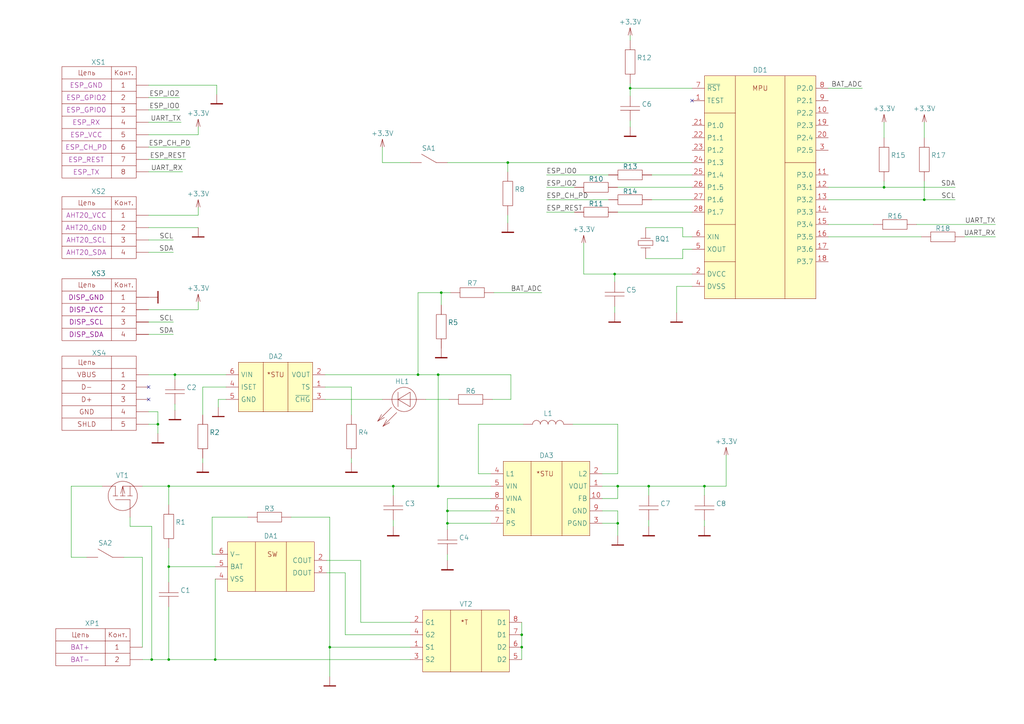
<source format=kicad_sch>
(kicad_sch (version 20211123) (generator eeschema)
  (paper "A3")
  (title_block (title "Плата обработки\\nСхема электрическая\\nпринципиальная") (comment 1 "Блок датчика"))
  (lib_symbols
    (symbol "Connector_Generic_GOST:CONN_2" (pin_numbers hide) (pin_names (offset 0) hide)
      (property "Reference" "X" (at 0 10.16 0))
      (property "PIN1" "1" (at -5.08 0 0))
      (property "PIN2" "2" (at -5.08 -5.08 0))
      (symbol "CONN_2_0_0"
        (polyline (pts (xy -15.24 -2.54) (xy 15.24 -2.54)))
        (polyline (pts (xy -15.24 2.54) (xy 15.24 2.54)))
        (polyline (pts (xy 5.08 7.62) (xy 5.08 -7.62)))
        (rectangle (start 15.24 7.62) (end -15.24 -7.62))
        (text "Конт." (at 10.16 5.08 0) (effects (font (size 2.0066 2.0066))))
      )
      (symbol "CONN_2_1_1"
        (text "1" (at 9.906 0 0) (effects (font (size 2.0066 2.0066))))
        (text "2" (at 9.906 -5.08 0) (effects (font (size 2.0066 2.0066))))
        (text "Цепь" (at -5.08 5.08 0) (effects (font (size 2.0066 2.0066))))
        (pin passive line (at 20.32 0 180) (length 5.08) (name "1") (number "1"))
        (pin passive line (at 20.32 -5.08 180) (length 5.08) (name "2") (number "2"))
      )
    )
    (symbol "Connector_Generic_GOST:CONN_4" (pin_numbers hide) (pin_names (offset 0) hide)
      (property "Reference" "X" (at 0 15.24 0))
      (property "PIN1" "1" (at -5.08 5.08 0))
      (property "PIN2" "2" (at -5.08 0 0))
      (property "PIN3" "3" (at -5.08 -5.08 0))
      (property "PIN4" "4" (at -5.08 -10.16 0))
      (symbol "CONN_4_0_0"
        (polyline (pts (xy -15.24 -7.62) (xy 15.24 -7.62)))
        (polyline (pts (xy -15.24 -2.54) (xy 15.24 -2.54)))
        (polyline (pts (xy -15.24 2.54) (xy 15.24 2.54)))
        (polyline (pts (xy -15.24 7.62) (xy 15.24 7.62)))
        (polyline (pts (xy 5.08 12.7) (xy 5.08 -12.7)))
        (rectangle (start 15.24 12.7) (end -15.24 -12.7))
        (text "Конт." (at 10.16 10.16 0) (effects (font (size 2.0066 2.0066))))
      )
      (symbol "CONN_4_1_1"
        (text "1" (at 9.906 5.08 0) (effects (font (size 2.0066 2.0066))))
        (text "2" (at 9.906 0 0) (effects (font (size 2.0066 2.0066))))
        (text "3" (at 9.906 -5.08 0) (effects (font (size 2.0066 2.0066))))
        (text "4" (at 9.906 -10.16 0) (effects (font (size 2.0066 2.0066))))
        (text "Цепь" (at -5.08 10.16 0) (effects (font (size 2.0066 2.0066))))
        (pin passive line (at 20.32 5.08 180) (length 5.08) (name "1") (number "1"))
        (pin passive line (at 20.32 0 180) (length 5.08) (name "2") (number "2"))
        (pin passive line (at 20.32 -5.08 180) (length 5.08) (name "3") (number "3"))
        (pin passive line (at 20.32 -10.16 180) (length 5.08) (name "4") (number "4"))
      )
    )
    (symbol "Connector_Generic_GOST:CONN_8" (pin_numbers hide) (pin_names (offset 0) hide)
      (property "Reference" "X" (at 0 25.4 0))
      (property "PIN1" "1" (at -5.08 15.24 0))
      (property "PIN2" "2" (at -5.08 10.16 0))
      (property "PIN3" "3" (at -5.08 5.08 0))
      (property "PIN4" "4" (at -5.08 0 0))
      (property "PIN5" "5" (at -5.08 -5.08 0))
      (property "PIN6" "6" (at -5.08 -10.16 0))
      (property "PIN7" "7" (at -5.08 -15.24 0))
      (property "PIN8" "8" (at -5.08 -20.32 0))
      (symbol "CONN_8_0_0"
        (polyline (pts (xy -15.24 -17.78) (xy 15.24 -17.78)))
        (polyline (pts (xy -15.24 -12.7) (xy 15.24 -12.7)))
        (polyline (pts (xy -15.24 -7.62) (xy 15.24 -7.62)))
        (polyline (pts (xy -15.24 -2.54) (xy 15.24 -2.54)))
        (polyline (pts (xy -15.24 2.54) (xy 15.24 2.54)))
        (polyline (pts (xy -15.24 7.62) (xy 15.24 7.62)))
        (polyline (pts (xy -15.24 12.7) (xy 15.24 12.7)))
        (polyline (pts (xy -15.24 17.78) (xy 15.24 17.78)))
        (polyline (pts (xy 5.08 22.86) (xy 5.08 -22.86)))
        (rectangle (start 15.24 22.86) (end -15.24 -22.86))
        (text "Конт." (at 10.16 20.32 0) (effects (font (size 2.0066 2.0066))))
      )
      (symbol "CONN_8_1_1"
        (text "1" (at 9.906 15.24 0) (effects (font (size 2.0066 2.0066))))
        (text "2" (at 9.906 10.16 0) (effects (font (size 2.0066 2.0066))))
        (text "3" (at 9.906 5.08 0) (effects (font (size 2.0066 2.0066))))
        (text "4" (at 9.906 0 0) (effects (font (size 2.0066 2.0066))))
        (text "5" (at 9.906 -5.08 0) (effects (font (size 2.0066 2.0066))))
        (text "6" (at 9.906 -10.16 0) (effects (font (size 2.0066 2.0066))))
        (text "7" (at 9.906 -15.24 0) (effects (font (size 2.0066 2.0066))))
        (text "8" (at 9.906 -20.32 0) (effects (font (size 2.0066 2.0066))))
        (text "Цепь" (at -5.08 20.32 0) (effects (font (size 2.0066 2.0066))))
        (pin passive line (at 20.32 15.24 180) (length 5.08) (name "1") (number "1"))
        (pin passive line (at 20.32 10.16 180) (length 5.08) (name "2") (number "2"))
        (pin passive line (at 20.32 5.08 180) (length 5.08) (name "3") (number "3"))
        (pin passive line (at 20.32 0 180) (length 5.08) (name "4") (number "4"))
        (pin passive line (at 20.32 -5.08 180) (length 5.08) (name "5") (number "5"))
        (pin passive line (at 20.32 -10.16 180) (length 5.08) (name "6") (number "6"))
        (pin passive line (at 20.32 -15.24 180) (length 5.08) (name "7") (number "7"))
        (pin passive line (at 20.32 -20.32 180) (length 5.08) (name "8") (number "8"))
      )
    )
    (symbol "Connector_Specialized_GOST:USB_A" (pin_numbers hide) (pin_names (offset 0) hide)
      (property "Reference" "X" (at 0 17.78 0))
      (symbol "USB_A_0_0"
        (polyline (pts (xy 5.08 15.24) (xy 5.08 -15.24)))
        (polyline (pts (xy 15.24 -10.16) (xy -15.24 -10.16)))
        (polyline (pts (xy 15.24 -5.08) (xy -15.24 -5.08)))
        (polyline (pts (xy 15.24 0) (xy -15.24 0)))
        (polyline (pts (xy 15.24 5.08) (xy -15.24 5.08)))
        (polyline (pts (xy 15.24 10.16) (xy -15.24 10.16)))
        (rectangle (start 15.24 15.24) (end -15.24 -15.24))
        (text "2" (at 9.906 2.54 0) (effects (font (size 2.0066 2.0066))))
        (text "VBUS" (at -5.08 7.62 0) (effects (font (size 2.0066 2.0066))))
      )
      (symbol "USB_A_1_1"
        (text "1" (at 9.906 7.62 0) (effects (font (size 2.0066 2.0066))))
        (text "3" (at 9.906 -2.54 0) (effects (font (size 2.0066 2.0066))))
        (text "4" (at 9.906 -7.62 0) (effects (font (size 2.0066 2.0066))))
        (text "5" (at 9.906 -12.7 0) (effects (font (size 2.0066 2.0066))))
        (text "D+" (at -5.08 -2.54 0) (effects (font (size 2.0066 2.0066))))
        (text "D-" (at -5.08 2.54 0) (effects (font (size 2.0066 2.0066))))
        (text "GND" (at -5.08 -7.62 0) (effects (font (size 2.0066 2.0066))))
        (text "SHLD" (at -5.08 -12.7 0) (effects (font (size 2.0066 2.0066))))
        (text "Цепь" (at -5.08 12.7 0) (effects (font (size 2.0066 2.0066))))
        (pin power_in line (at 20.32 7.62 180) (length 5.08) (name "~") (number "1"))
        (pin passive line (at 20.32 2.54 180) (length 5.08) (name "~") (number "2"))
        (pin passive line (at 20.32 -2.54 180) (length 5.08) (name "~") (number "3"))
        (pin power_in line (at 20.32 -7.62 180) (length 5.08) (name "~") (number "4"))
        (pin passive line (at 20.32 -12.7 180) (length 5.08) (name "~") (number "5"))
      )
    )
    (symbol "Curse_PCB-rescue:+3.3V-power_GOST" (power) (pin_numbers hide) (pin_names (offset 0) hide)
      (property "Value" "+3.3V-power_GOST" (at 0 5.08 0))
      (symbol "+3.3V-power_GOST_0_1"
        (polyline (pts (xy 0 3.175) (xy -0.8128 0.1778)))
        (polyline (pts (xy 0 3.175) (xy 0 0)))
        (polyline (pts (xy 0.8128 0.1778) (xy 0 3.175)))
      )
      (symbol "+3.3V-power_GOST_1_1"
        (pin power_in line (at 0 0 90) (length 0) hide (name "+3.3V") (number "1"))
      )
    )
    (symbol "Curse_PCB-rescue:BQ297xx-My_Lib_GOST" (pin_names (offset 1.016))
      (property "Reference" "DA" (at 0 12.7 0))
      (symbol "BQ297xx-My_Lib_GOST_1_1"
        (rectangle (start -17.78 10.16) (end 17.78 -10.16) (fill (type background)))
        (polyline (pts (xy -6.35 10.16) (xy -6.35 -10.16)))
        (polyline (pts (xy 6.35 10.16) (xy 6.35 -10.16)))
        (text "SW" (at -0.635 5.08 0) (effects (font (size 2.0066 2.0066))))
        (pin no_connect line (at -17.78 5.08 0) (length 5.08) hide (name "NC") (number "1"))
        (pin input line (at -22.86 2.54 0) (length 5.08) (name "COUT") (number "2"))
        (pin input line (at -22.86 -2.54 0) (length 5.08) (name "DOUT") (number "3"))
        (pin power_in line (at 22.86 -5.08 180) (length 5.08) (name "VSS") (number "4"))
        (pin power_out line (at 22.86 0 180) (length 5.08) (name "BAT") (number "5"))
        (pin power_in line (at 22.86 5.08 180) (length 5.08) (name "V-") (number "6"))
      )
    )
    (symbol "Curse_PCB-rescue:BUK9K5R1-30E-My_Lib_GOST" (pin_names (offset 1.016))
      (property "Reference" "VT" (at 0 15.24 0))
      (symbol "BUK9K5R1-30E-My_Lib_GOST_1_1"
        (rectangle (start -17.78 12.7) (end 17.78 -12.7) (fill (type background)))
        (polyline (pts (xy -6.35 12.7) (xy -6.35 -12.7)))
        (polyline (pts (xy 6.35 12.7) (xy 6.35 -12.7)))
        (text "*T" (at -0.635 7.62 0) (effects (font (size 2.0066 2.0066))))
        (pin input line (at -22.86 -2.54 0) (length 5.08) (name "S1") (number "1"))
        (pin input line (at -22.86 7.62 0) (length 5.08) (name "G1") (number "2"))
        (pin input line (at -22.86 -7.62 0) (length 5.08) (name "S2") (number "3"))
        (pin input line (at -22.86 2.54 0) (length 5.08) (name "G2") (number "4"))
        (pin input line (at 22.86 -7.62 180) (length 5.08) (name "D2") (number "5"))
        (pin input line (at 22.86 -2.54 180) (length 5.08) (name "D2") (number "6"))
        (pin input line (at 22.86 2.54 180) (length 5.08) (name "D1") (number "7"))
        (pin input line (at 22.86 7.62 180) (length 5.08) (name "D1") (number "8"))
      )
    )
    (symbol "Curse_PCB-rescue:MSP430F21x2-My_Lib_GOST" (pin_names (offset 1.016))
      (property "Reference" "DD" (at 0 46.99 0))
      (symbol "MSP430F21x2-My_Lib_GOST_0_0"
        (rectangle (start -22.86 44.45) (end 22.86 -46.99) (fill (type background)))
        (polyline (pts (xy -22.86 -31.75) (xy -10.16 -31.75)))
        (polyline (pts (xy -22.86 -16.51) (xy -10.16 -16.51)))
        (polyline (pts (xy -22.86 29.21) (xy -10.16 29.21)))
        (polyline (pts (xy -10.16 44.45) (xy -10.16 -46.99)))
        (polyline (pts (xy 10.16 -46.99) (xy 10.16 44.45)))
        (polyline (pts (xy 22.86 8.89) (xy 10.16 8.89)))
        (text "MPU" (at 0 39.37 0) (effects (font (size 2.0066 2.0066))))
      )
      (symbol "MSP430F21x2-My_Lib_GOST_1_1"
        (pin input line (at -27.94 34.29 0) (length 5.08) (name "TEST") (number "1"))
        (pin bidirectional line (at 27.94 29.21 180) (length 5.08) (name "P2.2") (number "10"))
        (pin bidirectional line (at 27.94 3.81 180) (length 5.08) (name "P3.0") (number "11"))
        (pin bidirectional line (at 27.94 -1.27 180) (length 5.08) (name "P3.1") (number "12"))
        (pin bidirectional line (at 27.94 -6.35 180) (length 5.08) (name "P3.2") (number "13"))
        (pin bidirectional line (at 27.94 -11.43 180) (length 5.08) (name "P3.3") (number "14"))
        (pin bidirectional line (at 27.94 -16.51 180) (length 5.08) (name "P3.4") (number "15"))
        (pin bidirectional line (at 27.94 -21.59 180) (length 5.08) (name "P3.5") (number "16"))
        (pin bidirectional line (at 27.94 -26.67 180) (length 5.08) (name "P3.6") (number "17"))
        (pin bidirectional line (at 27.94 -31.75 180) (length 5.08) (name "P3.7") (number "18"))
        (pin bidirectional line (at 27.94 24.13 180) (length 5.08) (name "P2.3") (number "19"))
        (pin power_in line (at -27.94 -36.83 0) (length 5.08) (name "DVCC") (number "2"))
        (pin bidirectional line (at 27.94 19.05 180) (length 5.08) (name "P2.4") (number "20"))
        (pin bidirectional line (at -27.94 24.13 0) (length 5.08) (name "P1.0") (number "21"))
        (pin bidirectional line (at -27.94 19.05 0) (length 5.08) (name "P1.1") (number "22"))
        (pin bidirectional line (at -27.94 13.97 0) (length 5.08) (name "P1.2") (number "23"))
        (pin bidirectional line (at -27.94 8.89 0) (length 5.08) (name "P1.3") (number "24"))
        (pin bidirectional line (at -27.94 3.81 0) (length 5.08) (name "P1.4") (number "25"))
        (pin bidirectional line (at -27.94 -1.27 0) (length 5.08) (name "P1.5") (number "26"))
        (pin bidirectional line (at -27.94 -6.35 0) (length 5.08) (name "P1.6") (number "27"))
        (pin bidirectional line (at -27.94 -11.43 0) (length 5.08) (name "P1.7") (number "28"))
        (pin bidirectional line (at 27.94 13.97 180) (length 5.08) (name "P2.5") (number "3"))
        (pin power_in line (at -27.94 -41.91 0) (length 5.08) (name "DVSS") (number "4"))
        (pin output line (at -27.94 -26.67 0) (length 5.08) (name "XOUT") (number "5"))
        (pin input line (at -27.94 -21.59 0) (length 5.08) (name "XIN") (number "6"))
        (pin input line (at -27.94 39.37 0) (length 5.08) (name "~{RST}") (number "7"))
        (pin bidirectional line (at 27.94 39.37 180) (length 5.08) (name "P2.0") (number "8"))
        (pin bidirectional line (at 27.94 34.29 180) (length 5.08) (name "P2.1") (number "9"))
      )
    )
    (symbol "Curse_PCB-rescue:TPS6303x-My_Lib_GOST" (pin_names (offset 1.016))
      (property "Reference" "DA" (at 0 17.78 0))
      (symbol "TPS6303x-My_Lib_GOST_1_1"
        (rectangle (start -17.78 15.24) (end 17.78 -15.24) (fill (type background)))
        (polyline (pts (xy -6.35 15.24) (xy -6.35 -15.24)))
        (polyline (pts (xy 6.35 15.24) (xy 6.35 -15.24)))
        (text "*STU" (at -0.635 10.16 0) (effects (font (size 2.0066 2.0066))))
        (pin power_out line (at 22.86 5.08 180) (length 5.08) (name "VOUT") (number "1"))
        (pin input line (at 22.86 0 180) (length 5.08) (name "FB") (number "10"))
        (pin power_in line (at 22.86 -10.16 180) (length 5.08) hide (name "EXP") (number "11"))
        (pin input line (at 22.86 10.16 180) (length 5.08) (name "L2") (number "2"))
        (pin power_in line (at 22.86 -10.16 180) (length 5.08) (name "PGND") (number "3"))
        (pin input line (at -22.86 10.16 0) (length 5.08) (name "L1") (number "4"))
        (pin power_in line (at -22.86 5.08 0) (length 5.08) (name "VIN") (number "5"))
        (pin input line (at -22.86 -5.08 0) (length 5.08) (name "EN") (number "6"))
        (pin input line (at -22.86 -10.16 0) (length 5.08) (name "PS") (number "7"))
        (pin input line (at -22.86 0 0) (length 5.08) (name "VINA") (number "8"))
        (pin power_in line (at 22.86 -5.08 180) (length 5.08) (name "GND") (number "9"))
      )
    )
    (symbol "Device_GOST:C" (pin_numbers hide) (pin_names (offset 0) hide)
      (property "Reference" "C" (at 0.635 2.54 0))
      (property "Value" "Device_GOST_C" (at 0.635 -3.175 0))
      (symbol "C_0_1"
        (polyline (pts (xy -3.9878 -0.762) (xy 3.9878 -0.762)))
        (polyline (pts (xy -3.9878 0.762) (xy 3.9878 0.762)))
      )
      (symbol "C_1_1"
        (pin passive line (at 0 5.08 270) (length 4.318) (name "~") (number "1"))
        (pin passive line (at 0 -5.08 90) (length 4.318) (name "~") (number "2"))
      )
    )
    (symbol "Device_GOST:HL_LED" (pin_numbers hide) (pin_names (offset 0) hide)
      (property "Reference" "HL" (at 6.35 0 0))
      (symbol "HL_LED_0_1"
        (polyline (pts (xy -2.9972 2.4892) (xy 2.9972 2.4892)))
        (polyline (pts (xy 0 5.08) (xy 0 -5.08)))
        (polyline (pts (xy 6.1722 9.2456) (xy 8.89 10.795)))
        (polyline (pts (xy 8.2804 7.112) (xy 10.9982 8.6614)))
        (polyline (pts (xy 8.89 10.795) (xy 3.2512 5.1562)))
        (polyline (pts (xy 8.89 10.795) (xy 7.366 8.0772)))
        (polyline (pts (xy 10.9982 8.6614) (xy 5.3594 3.0226)))
        (polyline (pts (xy 10.9982 8.6614) (xy 9.4742 5.9436)))
        (polyline (pts (xy 0 2.4892) (xy -2.9972 -2.4892) (xy 2.9972 -2.4892) (xy 0 2.4892)))
        (circle (center 0 0) (radius 4.9784))
      )
      (symbol "HL_LED_1_1"
        (pin passive line (at 0 8.89 270) (length 3.81) (name "K") (number "1"))
        (pin passive line (at 0 -8.89 90) (length 3.81) (name "A") (number "2"))
      )
    )
    (symbol "Device_GOST:L_INDUCTOR" (pin_numbers hide) (pin_names (offset 0) hide)
      (property "Reference" "L" (at 0 3.81 0))
      (property "Value" "Device_GOST_L_INDUCTOR" (at 0 -2.54 0))
      (symbol "L_INDUCTOR_0_1"
        (arc (start -3.175 0) (mid -4.7625 1.5749) (end -6.35 0))
        (arc (start 0 0) (mid -1.5875 1.5749) (end -3.175 0))
        (arc (start 3.175 0) (mid 1.5875 1.5749) (end 0 0))
        (arc (start 6.35 0) (mid 4.7625 1.5749) (end 3.175 0))
      )
      (symbol "L_INDUCTOR_1_1"
        (pin passive line (at -10.16 0 0) (length 3.81) (name "~") (number "1"))
        (pin passive line (at 10.16 0 180) (length 3.81) (name "~") (number "2"))
      )
    )
    (symbol "Device_GOST:R" (pin_numbers hide) (pin_names (offset 0) hide)
      (property "Reference" "R" (at 0 3.81 0))
      (property "Value" "Device_GOST_R" (at 0 0 0))
      (symbol "R_0_1"
        (rectangle (start -5.0038 2.0066) (end 5.0038 -2.0066))
      )
      (symbol "R_1_1"
        (pin passive line (at -8.89 0 0) (length 3.8862) (name "~") (number "1"))
        (pin passive line (at 8.89 0 180) (length 3.8862) (name "~") (number "2"))
      )
    )
    (symbol "Device_GOST:SA_SPST_NO" (pin_numbers hide) (pin_names (offset 0) hide)
      (property "Reference" "SA" (at 0 6.35 0))
      (symbol "SA_SPST_NO_0_1"
        (polyline (pts (xy -2.9972 0) (xy 2.9972 3.4544)))
      )
      (symbol "SA_SPST_NO_1_1"
        (pin passive line (at -7.62 0 0) (length 4.6228) (name "~") (number "1"))
        (pin passive line (at 7.62 0 180) (length 4.6228) (name "~") (number "2"))
      )
    )
    (symbol "Device_GOST:VT_PMOS_GSD" (pin_numbers hide) (pin_names (offset 0) hide)
      (property "Reference" "VT" (at 7.62 0 0))
      (symbol "VT_PMOS_GSD_0_1"
        (circle (center -0.2032 0.4572) (radius 5.9944))
        (polyline (pts (xy -5.08 -2.54) (xy -1.7272 -2.54)))
        (polyline (pts (xy -1.7272 -2.54) (xy -1.7272 3.4544)))
        (polyline (pts (xy -0.2032 -2.54) (xy 3.81 -2.54)))
        (polyline (pts (xy -0.2032 -1.524) (xy -0.2032 -3.556)))
        (polyline (pts (xy -0.2032 0.4572) (xy 3.81 0.4572)))
        (polyline (pts (xy -0.2032 1.4732) (xy -0.2032 -0.5588)))
        (polyline (pts (xy -0.2032 3.4544) (xy 3.81 3.4544)))
        (polyline (pts (xy -0.2032 4.4704) (xy -0.2032 2.4384)))
        (polyline (pts (xy 3.81 -3.81) (xy 3.81 0.4572)))
        (polyline (pts (xy 3.81 0.4572) (xy 0.8128 -0.3556)))
        (polyline (pts (xy 3.81 0.4572) (xy 0.8128 1.27)))
        (polyline (pts (xy 3.81 5.08) (xy 3.81 3.4544)))
      )
      (symbol "VT_PMOS_GSD_1_1"
        (pin passive line (at -8.89 -2.54 0) (length 3.81) (name "G") (number "1"))
        (pin passive line (at 3.81 -7.62 90) (length 3.81) (name "S") (number "2"))
        (pin passive line (at 3.81 8.89 270) (length 3.81) (name "D") (number "3"))
      )
    )
    (symbol "Device_GOST:ZQ_CRYSTAL" (pin_numbers hide) (pin_names (offset 0) hide)
      (property "Reference" "ZQ" (at 0 5.08 0))
      (property "Value" "Device_GOST_ZQ_CRYSTAL" (at 0 -5.08 0))
      (symbol "ZQ_CRYSTAL_0_1"
        (rectangle (start -1.016 2.9972) (end 0.9652 -2.9972))
        (polyline (pts (xy -1.9812 1.9812) (xy -1.9812 -1.9812)))
        (polyline (pts (xy 1.9812 1.9812) (xy 1.9812 -1.9812)))
      )
      (symbol "ZQ_CRYSTAL_1_1"
        (pin passive line (at -6.35 0 0) (length 4.3688) (name "~") (number "1"))
        (pin passive line (at 6.35 0 180) (length 4.3688) (name "~") (number "2"))
      )
    )
    (symbol "Power_Management_GOST:BQ21040" (pin_names (offset 1.016))
      (property "Reference" "DA" (at 0 12.7 0))
      (symbol "BQ21040_0_0"
        (rectangle (start -15.24 10.16) (end 15.24 -10.16) (fill (type background)))
        (polyline (pts (xy -5.08 10.16) (xy -5.08 -10.16)))
        (polyline (pts (xy 5.08 10.16) (xy 5.08 -10.16)))
        (text "*STU" (at 0 5.08 0) (effects (font (size 2.0066 2.0066))))
      )
      (symbol "BQ21040_1_1"
        (pin input line (at 20.32 0 180) (length 5.08) (name "TS") (number "1"))
        (pin power_out line (at 20.32 5.08 180) (length 5.08) (name "VOUT") (number "2"))
        (pin input line (at 20.32 -5.08 180) (length 5.08) (name "~{CHG}") (number "3"))
        (pin input line (at -20.32 0 0) (length 5.08) (name "ISET") (number "4"))
        (pin power_in line (at -20.32 -5.08 0) (length 5.08) (name "GND") (number "5"))
        (pin power_in line (at -20.32 5.08 0) (length 5.08) (name "VIN") (number "6"))
      )
    )
    (symbol "power_GOST:GND" (power) (pin_numbers hide) (pin_names (offset 0) hide)
      (symbol "GND_0_1"
        (rectangle (start -2.4892 -3.683) (end 2.4892 -3.9878) (fill (type outline)))
        (polyline (pts (xy 0 0) (xy 0 -3.81)))
      )
      (symbol "GND_1_1"
        (pin power_in line (at 0 0 270) (length 0) hide (name "GND") (number "1"))
      )
    )
  )
  (junction (at 179.705 199.39))
  (junction (at 253.365 214.63))
  (junction (at 69.215 199.39))
  (junction (at 64.77 173.99))
  (junction (at 69.215 232.41))
  (junction (at 208.28 66.675))
  (junction (at 62.23 270.51))
  (junction (at 258.445 36.195))
  (junction (at 379.095 81.915))
  (junction (at 183.515 209.55))
  (junction (at 213.995 265.43))
  (junction (at 179.705 153.67))
  (junction (at 171.45 153.67))
  (junction (at 288.925 199.39))
  (junction (at 266.065 199.39))
  (junction (at 69.215 270.51))
  (junction (at 213.995 260.35))
  (junction (at 362.585 76.835))
  (junction (at 161.29 199.39))
  (junction (at 253.365 199.39))
  (junction (at 135.255 265.43))
  (junction (at 71.755 153.67))
  (junction (at 183.515 214.63))
  (junction (at 88.265 270.51))
  (junction (at 252.095 112.395))
  (junction (at 180.975 120.015))
  (no_connect (at 60.96 158.75))
  (no_connect (at 60.96 163.83))
  (no_connect (at 283.845 41.275))
  (wire (pts (xy 196.215 194.31) (xy 196.215 173.99)))
  (wire (pts (xy 60.96 98.425) (xy 71.12 98.425)))
  (wire (pts (xy 179.705 153.67) (xy 209.55 153.67)))
  (wire (pts (xy 201.295 214.63) (xy 183.515 214.63)))
  (wire (pts (xy 258.445 36.195) (xy 283.845 36.195)))
  (wire (pts (xy 266.065 203.2) (xy 266.065 199.39)))
  (wire (pts (xy 280.035 106.045) (xy 264.795 106.045)))
  (wire (pts (xy 208.28 66.675) (xy 283.845 66.675)))
  (wire (pts (xy 168.275 265.43) (xy 135.255 265.43)))
  (wire (pts (xy 266.065 215.9) (xy 266.065 213.36)))
  (wire (pts (xy 156.845 66.675) (xy 168.275 66.675)))
  (wire (pts (xy 62.23 215.9) (xy 53.34 215.9)))
  (wire (pts (xy 235.585 86.995) (xy 224.155 86.995)))
  (wire (pts (xy 144.145 170.18) (xy 144.145 158.75)))
  (wire (pts (xy 60.96 132.08) (xy 71.12 132.08)))
  (wire (pts (xy 362.585 56.515) (xy 362.585 50.165)))
  (wire (pts (xy 239.395 112.395) (xy 252.095 112.395)))
  (wire (pts (xy 60.96 55.245) (xy 81.28 55.245)))
  (wire (pts (xy 147.955 229.87) (xy 133.985 229.87)))
  (wire (pts (xy 83.185 170.18) (xy 83.185 158.75)))
  (wire (pts (xy 62.23 270.51) (xy 69.215 270.51)))
  (wire (pts (xy 202.565 120.015) (xy 222.25 120.015)))
  (wire (pts (xy 213.995 260.35) (xy 213.995 265.43)))
  (wire (pts (xy 288.925 215.9) (xy 288.925 213.36)))
  (wire (pts (xy 60.96 88.265) (xy 81.28 88.265)))
  (wire (pts (xy 339.725 92.075) (xy 358.14 92.075)))
  (wire (pts (xy 83.185 189.865) (xy 83.185 187.96)))
  (wire (pts (xy 92.71 163.83) (xy 89.535 163.83)))
  (wire (pts (xy 71.755 155.575) (xy 71.755 153.67)))
  (wire (pts (xy 141.605 234.95) (xy 141.605 260.35)))
  (wire (pts (xy 258.445 52.07) (xy 258.445 49.53)))
  (wire (pts (xy 247.015 194.31) (xy 253.365 194.31)))
  (wire (pts (xy 60.96 34.925) (xy 88.9 34.925)))
  (wire (pts (xy 133.35 163.83) (xy 156.845 163.83)))
  (wire (pts (xy 147.955 255.27) (xy 168.275 255.27)))
  (wire (pts (xy 180.975 120.015) (xy 184.785 120.015)))
  (wire (pts (xy 297.815 199.39) (xy 297.815 186.69)))
  (wire (pts (xy 253.365 204.47) (xy 253.365 199.39)))
  (wire (pts (xy 253.365 199.39) (xy 266.065 199.39)))
  (wire (pts (xy 60.96 70.485) (xy 74.93 70.485)))
  (wire (pts (xy 60.96 153.67) (xy 71.755 153.67)))
  (wire (pts (xy 60.96 137.16) (xy 71.12 137.16)))
  (wire (pts (xy 339.725 76.835) (xy 362.585 76.835)))
  (wire (pts (xy 29.21 199.39) (xy 29.21 228.6)))
  (wire (pts (xy 249.555 81.915) (xy 224.155 81.915)))
  (wire (pts (xy 119.38 212.09) (xy 135.255 212.09)))
  (wire (pts (xy 69.215 207.01) (xy 69.215 199.39)))
  (wire (pts (xy 81.28 55.245) (xy 81.28 52.07)))
  (wire (pts (xy 208.28 91.44) (xy 208.28 88.265)))
  (wire (pts (xy 161.29 215.9) (xy 161.29 213.36)))
  (wire (pts (xy 141.605 260.35) (xy 168.275 260.35)))
  (wire (pts (xy 60.96 93.345) (xy 81.28 93.345)))
  (wire (pts (xy 86.995 227.33) (xy 88.265 227.33)))
  (wire (pts (xy 60.96 127) (xy 81.28 127)))
  (wire (pts (xy 239.395 112.395) (xy 239.395 99.695)))
  (wire (pts (xy 253.365 209.55) (xy 253.365 214.63)))
  (wire (pts (xy 147.955 255.27) (xy 147.955 229.87)))
  (wire (pts (xy 81.28 127) (xy 81.28 123.825)))
  (wire (pts (xy 62.23 215.9) (xy 62.23 270.51)))
  (wire (pts (xy 258.445 36.195) (xy 258.445 34.29)))
  (wire (pts (xy 71.755 168.275) (xy 71.755 165.735)))
  (wire (pts (xy 179.705 199.39) (xy 161.29 199.39)))
  (wire (pts (xy 253.365 86.995) (xy 283.845 86.995)))
  (wire (pts (xy 249.555 71.755) (xy 224.155 71.755)))
  (wire (pts (xy 144.145 158.75) (xy 133.35 158.75)))
  (wire (pts (xy 81.28 88.265) (xy 81.28 85.09)))
  (wire (pts (xy 92.71 158.75) (xy 83.185 158.75)))
  (wire (pts (xy 283.845 81.915) (xy 267.335 81.915)))
  (wire (pts (xy 60.96 50.165) (xy 74.295 50.165)))
  (wire (pts (xy 253.365 173.99) (xy 234.95 173.99)))
  (wire (pts (xy 69.215 199.39) (xy 161.29 199.39)))
  (wire (pts (xy 88.265 270.51) (xy 69.215 270.51)))
  (wire (pts (xy 179.705 153.67) (xy 179.705 199.39)))
  (wire (pts (xy 395.605 97.155) (xy 408.305 97.155)))
  (wire (pts (xy 283.845 102.235) (xy 280.035 102.235)))
  (wire (pts (xy 89.535 163.83) (xy 89.535 167.005)))
  (wire (pts (xy 252.095 112.395) (xy 283.845 112.395)))
  (wire (pts (xy 213.995 255.27) (xy 213.995 260.35)))
  (wire (pts (xy 247.015 209.55) (xy 253.365 209.55)))
  (wire (pts (xy 252.095 128.27) (xy 252.095 125.73)))
  (wire (pts (xy 280.035 97.155) (xy 280.035 93.345)))
  (wire (pts (xy 379.095 81.915) (xy 391.795 81.915)))
  (wire (pts (xy 50.8 228.6) (xy 58.42 228.6)))
  (wire (pts (xy 339.725 97.155) (xy 377.825 97.155)))
  (wire (pts (xy 339.725 81.915) (xy 379.095 81.915)))
  (wire (pts (xy 168.275 270.51) (xy 88.265 270.51)))
  (wire (pts (xy 60.96 173.99) (xy 64.77 173.99)))
  (wire (pts (xy 60.96 65.405) (xy 76.2 65.405)))
  (wire (pts (xy 280.035 93.345) (xy 264.795 93.345)))
  (wire (pts (xy 171.45 153.67) (xy 179.705 153.67)))
  (wire (pts (xy 201.295 194.31) (xy 196.215 194.31)))
  (wire (pts (xy 86.995 212.09) (xy 101.6 212.09)))
  (wire (pts (xy 183.515 214.63) (xy 183.515 217.17)))
  (wire (pts (xy 379.095 74.295) (xy 379.095 81.915)))
  (wire (pts (xy 208.28 70.485) (xy 208.28 66.675)))
  (wire (pts (xy 183.515 229.87) (xy 183.515 227.33)))
  (wire (pts (xy 213.995 265.43) (xy 213.995 270.51)))
  (wire (pts (xy 60.96 168.91) (xy 64.77 168.91)))
  (wire (pts (xy 339.725 36.195) (xy 353.695 36.195)))
  (wire (pts (xy 277.495 117.475) (xy 277.495 128.27)))
  (wire (pts (xy 201.295 204.47) (xy 183.515 204.47)))
  (wire (pts (xy 201.93 163.83) (xy 209.55 163.83)))
  (wire (pts (xy 183.515 204.47) (xy 183.515 209.55)))
  (wire (pts (xy 288.925 199.39) (xy 297.815 199.39)))
  (wire (pts (xy 135.255 212.09) (xy 135.255 265.43)))
  (wire (pts (xy 64.77 168.91) (xy 64.77 173.99)))
  (wire (pts (xy 280.035 102.235) (xy 280.035 106.045)))
  (wire (pts (xy 69.215 232.41) (xy 69.215 224.79)))
  (wire (pts (xy 88.265 237.49) (xy 88.265 270.51)))
  (wire (pts (xy 201.295 209.55) (xy 183.515 209.55)))
  (wire (pts (xy 180.975 125.095) (xy 180.975 120.015)))
  (wire (pts (xy 29.21 199.39) (xy 41.91 199.39)))
  (wire (pts (xy 69.215 232.41) (xy 69.215 238.76)))
  (wire (pts (xy 283.845 71.755) (xy 267.335 71.755)))
  (wire (pts (xy 69.215 199.39) (xy 58.42 199.39)))
  (wire (pts (xy 144.145 189.865) (xy 144.145 187.96)))
  (wire (pts (xy 283.845 117.475) (xy 277.495 117.475)))
  (wire (pts (xy 86.995 227.33) (xy 86.995 212.09)))
  (wire (pts (xy 283.845 97.155) (xy 280.035 97.155)))
  (wire (pts (xy 60.96 40.005) (xy 73.66 40.005)))
  (wire (pts (xy 156.845 66.675) (xy 156.845 60.325)))
  (wire (pts (xy 69.215 248.92) (xy 69.215 270.51)))
  (wire (pts (xy 171.45 120.015) (xy 171.45 153.67)))
  (wire (pts (xy 196.215 173.99) (xy 214.63 173.99)))
  (wire (pts (xy 253.365 76.835) (xy 283.845 76.835)))
  (wire (pts (xy 258.445 39.37) (xy 258.445 36.195)))
  (wire (pts (xy 247.015 199.39) (xy 253.365 199.39)))
  (wire (pts (xy 58.42 228.6) (xy 58.42 265.43)))
  (wire (pts (xy 60.96 45.085) (xy 73.66 45.085)))
  (wire (pts (xy 171.45 120.015) (xy 180.975 120.015)))
  (wire (pts (xy 64.77 173.99) (xy 64.77 177.8)))
  (wire (pts (xy 252.095 115.57) (xy 252.095 112.395)))
  (wire (pts (xy 209.55 153.67) (xy 209.55 163.83)))
  (wire (pts (xy 235.585 76.835) (xy 224.155 76.835)))
  (wire (pts (xy 58.42 270.51) (xy 62.23 270.51)))
  (wire (pts (xy 266.065 199.39) (xy 288.925 199.39)))
  (wire (pts (xy 379.095 56.515) (xy 379.095 50.165)))
  (wire (pts (xy 247.015 214.63) (xy 253.365 214.63)))
  (wire (pts (xy 183.515 209.55) (xy 183.515 214.63)))
  (wire (pts (xy 201.295 199.39) (xy 179.705 199.39)))
  (wire (pts (xy 161.29 203.2) (xy 161.29 199.39)))
  (wire (pts (xy 53.34 215.9) (xy 53.34 212.09)))
  (wire (pts (xy 133.35 153.67) (xy 171.45 153.67)))
  (wire (pts (xy 362.585 76.835) (xy 391.795 76.835)))
  (wire (pts (xy 135.255 265.43) (xy 135.255 277.495)))
  (wire (pts (xy 253.365 194.31) (xy 253.365 173.99)))
  (wire (pts (xy 375.92 92.075) (xy 408.305 92.075)))
  (wire (pts (xy 183.515 66.675) (xy 208.28 66.675)))
  (wire (pts (xy 362.585 74.295) (xy 362.585 76.835)))
  (wire (pts (xy 29.21 228.6) (xy 35.56 228.6)))
  (wire (pts (xy 133.985 234.95) (xy 141.605 234.95)))
  (wire (pts (xy 247.015 204.47) (xy 253.365 204.47)))
  (wire (pts (xy 88.9 34.925) (xy 88.9 38.735)))
  (wire (pts (xy 71.755 153.67) (xy 92.71 153.67)))
  (wire (pts (xy 253.365 214.63) (xy 253.365 219.71)))
  (wire (pts (xy 258.445 16.51) (xy 258.445 14.605)))
  (wire (pts (xy 60.96 60.325) (xy 78.105 60.325)))
  (wire (pts (xy 88.265 232.41) (xy 69.215 232.41)))
  (wire (pts (xy 60.96 103.505) (xy 71.12 103.505)))
  (wire (pts (xy 174.625 163.83) (xy 184.15 163.83)))
  (wire (pts (xy 288.925 203.2) (xy 288.925 199.39)))
  (label "SDA" (at 71.12 137.16 180) (effects (font (size 2.0066 2.0066))))
  (label "SDA" (at 71.12 103.505 180) (effects (font (size 2.0066 2.0066))))
  (label "SCL" (at 71.12 132.08 180) (effects (font (size 2.0066 2.0066))))
  (label "ESP_REST" (at 224.155 86.995 0) (effects (font (size 2.0066 2.0066))))
  (label "BAT_ADC" (at 353.695 36.195 180) (effects (font (size 2.0066 2.0066))))
  (label "ESP_IO2" (at 73.66 40.005 180) (effects (font (size 2.0066 2.0066))))
  (label "UART_TX" (at 408.305 92.075 180) (effects (font (size 2.0066 2.0066))))
  (label "ESP_IO2" (at 224.155 76.835 0) (effects (font (size 2.0066 2.0066))))
  (label "SCL" (at 391.795 81.915 180) (effects (font (size 2.0066 2.0066))))
  (label "SCL" (at 71.12 98.425 180) (effects (font (size 2.0066 2.0066))))
  (label "ESP_IO0" (at 224.155 71.755 0) (effects (font (size 2.0066 2.0066))))
  (label "UART_RX" (at 74.93 70.485 180) (effects (font (size 2.0066 2.0066))))
  (label "BAT_ADC" (at 222.25 120.015 180) (effects (font (size 2.0066 2.0066))))
  (label "UART_TX" (at 74.295 50.165 180) (effects (font (size 2.0066 2.0066))))
  (label "SDA" (at 391.795 76.835 180) (effects (font (size 2.0066 2.0066))))
  (label "ESP_CH_PD" (at 78.105 60.325 180) (effects (font (size 2.0066 2.0066))))
  (label "UART_RX" (at 408.305 97.155 180) (effects (font (size 2.0066 2.0066))))
  (label "ESP_CH_PD" (at 224.155 81.915 0) (effects (font (size 2.0066 2.0066))))
  (label "ESP_IO0" (at 73.66 45.085 180) (effects (font (size 2.0066 2.0066))))
  (label "ESP_REST" (at 76.2 65.405 180) (effects (font (size 2.0066 2.0066))))
  (symbol (lib_id "Device_GOST:C") (at 252.095 120.65 0) (unit 1)
    (property "Reference" "C5" (at 256.794 118.9228 0) (effects (font (size 2.0066 2.0066)) (justify left)))
    (property "Value" "0.1 мкФ-NP0-50В ±5% 0603" (effects hide))
    (property "Footprint" "Capacitor_SMD:C_0603_1608Metric" (effects hide))
    (property "Тип" "Конденсатор {Конденсаторы}" (effects hide))
  )
  (symbol (lib_id "Curse_PCB-rescue:MSP430F21x2-My_Lib_GOST") (at 311.785 75.565 0) (unit 1)
    (property "Reference" "DD1" (at 311.785 28.702 0) (effects (font (size 2.0066 2.0066))))
    (property "Value" "MSP430F2112IPW TSSOP-28" (effects hide))
    (property "Footprint" "Package_SO:TSSOP-28_4.4x9.7mm_P0.65mm" (effects hide))
    (property "Тип" "Микросхема {Микросхемы}" (effects hide))
  )
  (symbol (lib_id "Device_GOST:ZQ_CRYSTAL") (at 264.795 99.695 270) (unit 1)
    (property "Reference" "BQ1" (at 268.5034 97.9678 90) (effects (font (size 2.0066 2.0066)) (justify left)))
    (property "Value" "32.768 kHz 03215C2" (effects hide))
    (property "Footprint" "Crystal:Crystal_SMD_3215-2Pin_3.2x1.5mm" (effects hide))
    (property "Тип" "Кварцевый резонатор {Кварцевые резонаторы}" (effects hide))
  )
  (symbol (lib_id "Curse_PCB-rescue:BQ297xx-My_Lib_GOST") (at 111.125 232.41 0) (mirror y) (unit 1)
    (property "Reference" "DA1" (at 111.125 219.837 0) (effects (font (size 2.0066 2.0066))))
    (property "Value" "BQ29737 WSON-6" (effects hide))
    (property "Footprint" "Package_SON:WSON-6_1.5x1.5mm_P0.5mm" (effects hide))
    (property "Тип" "Микросхема {Микросхемы}" (effects hide))
  )
  (symbol (lib_id "Device_GOST:C") (at 183.515 222.25 0) (unit 1)
    (property "Reference" "C4" (at 188.214 220.5228 0) (effects (font (size 2.0066 2.0066)) (justify left)))
    (property "Value" "0.1 мкФ-NP0-50В ±5% 0603" (effects hide))
    (property "Footprint" "Capacitor_SMD:C_0603_1608Metric" (effects hide))
    (property "Тип" "Конденсатор {Конденсаторы}" (effects hide))
  )
  (symbol (lib_id "Curse_PCB-rescue:BUK9K5R1-30E-My_Lib_GOST") (at 191.135 262.89 0) (unit 1)
    (property "Reference" "VT2" (at 191.135 247.777 0) (effects (font (size 2.0066 2.0066))))
    (property "Value" "BUK9K5R1-30E LFPAK56D" (effects hide))
    (property "Footprint" "myLib_LCC:LFPAK56D" (effects hide))
    (property "Тип" "Транзистор {Транзисторы}" (effects hide))
  )
  (symbol (lib_id "Curse_PCB-rescue:+3.3V-power_GOST") (at 239.395 99.695 0) (unit 1)
    (property "Reference" "#PWR019" (effects hide))
    (property "Value" "+3.3V" (at 239.395 94.0816 0) (effects (font (size 2.0066 2.0066))))
  )
  (symbol (lib_id "power_GOST:GND") (at 252.095 128.27 0) (unit 1)
    (property "Reference" "#PWR020" (effects hide))
    (property "Value" "GND" (effects hide))
  )
  (symbol (lib_id "power_GOST:GND") (at 277.495 128.27 0) (unit 1)
    (property "Reference" "#PWR025" (effects hide))
    (property "Value" "GND" (effects hide))
  )
  (symbol (lib_id "Device_GOST:C") (at 258.445 44.45 0) (unit 1)
    (property "Reference" "C6" (at 263.144 42.7228 0) (effects (font (size 2.0066 2.0066)) (justify left)))
    (property "Value" "2200 пФ-NP0-50В ±5% 0603" (effects hide))
    (property "Footprint" "Capacitor_SMD:C_0603_1608Metric" (effects hide))
    (property "Тип" "Конденсатор {Конденсаторы}" (effects hide))
  )
  (symbol (lib_id "Curse_PCB-rescue:+3.3V-power_GOST") (at 258.445 14.605 0) (unit 1)
    (property "Reference" "#PWR022" (effects hide))
    (property "Value" "+3.3V" (at 258.445 8.9916 0) (effects (font (size 2.0066 2.0066))))
  )
  (symbol (lib_id "power_GOST:GND") (at 258.445 52.07 0) (unit 1)
    (property "Reference" "#PWR023" (effects hide))
    (property "Value" "GND" (effects hide))
  )
  (symbol (lib_id "Device_GOST:C") (at 69.215 243.84 0) (unit 1)
    (property "Reference" "C1" (at 73.914 242.1128 0) (effects (font (size 2.0066 2.0066)) (justify left)))
    (property "Value" "0.1 мкФ-NP0-50В ±5% 0603" (effects hide))
    (property "Footprint" "Capacitor_SMD:C_0603_1608Metric" (effects hide))
    (property "Тип" "Конденсатор {Конденсаторы}" (effects hide))
  )
  (symbol (lib_id "Device_GOST:R") (at 110.49 212.09 0) (unit 1)
    (property "Reference" "R3" (at 110.49 208.6356 0) (effects (font (size 2.0066 2.0066))))
    (property "Value" "2,2 кОм  ±5% 0603" (effects hide))
    (property "Footprint" "Resistor_SMD:R_0603_1608Metric" (effects hide))
    (property "Тип" "Резистор {Резисторы}" (effects hide))
  )
  (symbol (lib_id "Device_GOST:R") (at 69.215 215.9 270) (unit 1)
    (property "Reference" "R1" (at 71.9328 214.1728 90) (effects (font (size 2.0066 2.0066)) (justify left)))
    (property "Value" "330 Ом ±5% 0603" (effects hide))
    (property "Footprint" "Resistor_SMD:R_0603_1608Metric" (effects hide))
    (property "Тип" "Резистор {Резисторы}" (effects hide))
  )
  (symbol (lib_id "power_GOST:GND") (at 88.9 38.735 0) (unit 1)
    (property "Reference" "#PWR09" (effects hide))
    (property "Value" "GND" (effects hide))
  )
  (symbol (lib_id "Curse_PCB-rescue:+3.3V-power_GOST") (at 81.28 52.07 0) (unit 1)
    (property "Reference" "#PWR04" (effects hide))
    (property "Value" "+3.3V" (at 81.28 46.4566 0) (effects (font (size 2.0066 2.0066))))
  )
  (symbol (lib_id "Device_GOST:R") (at 362.585 65.405 270) (unit 1)
    (property "Reference" "R15" (at 365.3028 63.6778 90) (effects (font (size 2.0066 2.0066)) (justify left)))
    (property "Value" "10 кОм  ±5% 0603" (effects hide))
    (property "Footprint" "Resistor_SMD:R_0603_1608Metric" (effects hide))
    (property "Тип" "Резистор {Резисторы}" (effects hide))
  )
  (symbol (lib_id "Device_GOST:R") (at 379.095 65.405 270) (unit 1)
    (property "Reference" "R17" (at 381.8128 63.6778 90) (effects (font (size 2.0066 2.0066)) (justify left)))
    (property "Value" "10 кОм  ±5% 0603" (effects hide))
    (property "Footprint" "Resistor_SMD:R_0603_1608Metric" (effects hide))
    (property "Тип" "Резистор {Резисторы}" (effects hide))
  )
  (symbol (lib_id "Connector_Generic_GOST:CONN_4") (at 40.64 127 0) (unit 1)
    (property "Reference" "XS3" (at 40.386 112.1664 0) (effects (font (size 2.0066 2.0066))))
    (property "Value" "PBS-4" (effects hide))
    (property "Footprint" "Connector_PinSocket_2.54mm:PinSocket_1x04_P2.54mm_Vertical" (effects hide))
    (property "PIN1" "DISP_GND" (at 35.3822 121.9454 0) (effects (font (size 2.0066 2.0066))))
    (property "PIN2" "DISP_VCC" (at 35.3822 127.0254 0) (effects (font (size 2.0066 2.0066))))
    (property "PIN3" "DISP_SCL" (at 35.3822 132.0546 0) (effects (font (size 2.0066 2.0066))))
    (property "PIN4" "DISP_SDA" (at 35.3822 137.16 0) (effects (font (size 2.0066 2.0066))))
    (property "Тип" "Разъём {Разъёмы}" (effects hide))
  )
  (symbol (lib_id "Curse_PCB-rescue:+3.3V-power_GOST") (at 362.585 50.165 0) (unit 1)
    (property "Reference" "#PWR028" (effects hide))
    (property "Value" "+3.3V" (at 362.585 44.5516 0) (effects (font (size 2.0066 2.0066))))
  )
  (symbol (lib_id "Curse_PCB-rescue:+3.3V-power_GOST") (at 81.28 85.09 0) (unit 1)
    (property "Reference" "#PWR05" (effects hide))
    (property "Value" "+3.3V" (at 81.28 79.4766 0) (effects (font (size 2.0066 2.0066))))
  )
  (symbol (lib_id "Curse_PCB-rescue:+3.3V-power_GOST") (at 379.095 50.165 0) (unit 1)
    (property "Reference" "#PWR029" (effects hide))
    (property "Value" "+3.3V" (at 379.095 44.5516 0) (effects (font (size 2.0066 2.0066))))
  )
  (symbol (lib_id "Curse_PCB-rescue:+3.3V-power_GOST") (at 81.28 123.825 0) (unit 1)
    (property "Reference" "#PWR07" (effects hide))
    (property "Value" "+3.3V" (at 81.28 118.2116 0) (effects (font (size 2.0066 2.0066))))
  )
  (symbol (lib_id "power_GOST:GND") (at 60.96 121.92 90) (unit 1)
    (property "Reference" "#PWR01" (effects hide))
    (property "Value" "GND" (effects hide))
  )
  (symbol (lib_id "power_GOST:GND") (at 81.28 93.345 0) (unit 1)
    (property "Reference" "#PWR06" (effects hide))
    (property "Value" "GND" (effects hide))
  )
  (symbol (lib_id "Curse_PCB-rescue:TPS6303x-My_Lib_GOST") (at 224.155 204.47 0) (unit 1)
    (property "Reference" "DA3" (at 224.155 186.817 0) (effects (font (size 2.0066 2.0066))))
    (property "Value" "TPS63031 WSON-10" (effects hide))
    (property "Footprint" "Package_SON:WSON-10-1EP_2.5x2.5mm_P0.5mm_EP1.2x2mm_ThermalVias" (effects hide))
    (property "Тип" "Микросхема {Микросхемы}" (effects hide))
  )
  (symbol (lib_id "Device_GOST:L_INDUCTOR") (at 224.79 173.99 0) (unit 1)
    (property "Reference" "L1" (at 224.79 169.545 0) (effects (font (size 2.0066 2.0066))))
    (property "Value" "VLS252010CX-1R5M-1 1,5 мкГн 2010" (effects hide))
    (property "Footprint" "myLib_LCC:VLS252012CX" (effects hide))
    (property "Тип" "Катушка индуктивности {Катушки индуктивности}" (effects hide))
  )
  (symbol (lib_id "power_GOST:GND") (at 253.365 219.71 0) (unit 1)
    (property "Reference" "#PWR021" (effects hide))
    (property "Value" "GND" (effects hide))
  )
  (symbol (lib_id "Connector_Generic_GOST:CONN_4") (at 40.64 93.345 0) (unit 1)
    (property "Reference" "XS2" (at 40.386 78.5114 0) (effects (font (size 2.0066 2.0066))))
    (property "Value" "PBS-4" (effects hide))
    (property "Footprint" "Connector_PinSocket_2.54mm:PinSocket_1x04_P2.54mm_Vertical" (effects hide))
    (property "PIN1" "AHT20_VCC" (at 35.3822 88.2904 0) (effects (font (size 2.0066 2.0066))))
    (property "PIN2" "AHT20_GND" (at 35.3822 93.3704 0) (effects (font (size 2.0066 2.0066))))
    (property "PIN3" "AHT20_SCL" (at 35.3822 98.3996 0) (effects (font (size 2.0066 2.0066))))
    (property "PIN4" "AHT20_SDA" (at 35.3822 103.505 0) (effects (font (size 2.0066 2.0066))))
    (property "Тип" "Разъём {Разъёмы}" (effects hide))
  )
  (symbol (lib_id "Connector_Generic_GOST:CONN_8") (at 40.64 50.165 0) (unit 1)
    (property "Reference" "XS1" (at 40.386 25.5016 0) (effects (font (size 2.0066 2.0066))))
    (property "Value" "PBD-8" (effects hide))
    (property "Footprint" "Connector_PinSocket_2.54mm:PinSocket_2x04_P2.54mm_Vertical_SMD" (effects hide))
    (property "PIN1" "ESP_GND" (at 35.3822 34.9504 0) (effects (font (size 2.0066 2.0066))))
    (property "PIN2" "ESP_GPIO2" (at 35.3822 40.0304 0) (effects (font (size 2.0066 2.0066))))
    (property "PIN3" "ESP_GPIO0" (at 35.3822 45.0596 0) (effects (font (size 2.0066 2.0066))))
    (property "PIN4" "ESP_RX" (at 35.3822 50.165 0) (effects (font (size 2.0066 2.0066))))
    (property "PIN5" "ESP_VCC" (at 35.3822 55.2704 0) (effects (font (size 2.0066 2.0066))))
    (property "PIN6" "ESP_CH_PD" (at 35.3822 60.3758 0) (effects (font (size 2.0066 2.0066))))
    (property "PIN7" "ESP_REST" (at 35.3822 65.4812 0) (effects (font (size 2.0066 2.0066))))
    (property "PIN8" "ESP_TX" (at 35.3822 70.5866 0) (effects (font (size 2.0066 2.0066))))
    (property "Тип" "Разъём {Разъёмы}" (effects hide))
  )
  (symbol (lib_id "power_GOST:GND") (at 183.515 229.87 0) (unit 1)
    (property "Reference" "#PWR016" (effects hide))
    (property "Value" "GND" (effects hide))
  )
  (symbol (lib_id "Device_GOST:C") (at 161.29 208.28 0) (unit 1)
    (property "Reference" "C3" (at 165.989 206.5528 0) (effects (font (size 2.0066 2.0066)) (justify left)))
    (property "Value" "10 мкФ-NP0-16В ±5% 0805" (effects hide))
    (property "Footprint" "Capacitor_SMD:C_0805_2012Metric" (effects hide))
    (property "Тип" "Конденсатор {Конденсаторы}" (effects hide))
  )
  (symbol (lib_id "power_GOST:GND") (at 161.29 215.9 0) (unit 1)
    (property "Reference" "#PWR014" (effects hide))
    (property "Value" "GND" (effects hide))
  )
  (symbol (lib_id "Device_GOST:C") (at 266.065 208.28 0) (unit 1)
    (property "Reference" "C7" (at 270.764 206.5528 0) (effects (font (size 2.0066 2.0066)) (justify left)))
    (property "Value" "10 мкФ-NP0-16В ±5% 0805" (effects hide))
    (property "Footprint" "Capacitor_SMD:C_0805_2012Metric" (effects hide))
    (property "Тип" "Конденсатор {Конденсаторы}" (effects hide))
  )
  (symbol (lib_id "power_GOST:GND") (at 266.065 215.9 0) (unit 1)
    (property "Reference" "#PWR024" (effects hide))
    (property "Value" "GND" (effects hide))
  )
  (symbol (lib_id "Device_GOST:C") (at 288.925 208.28 0) (unit 1)
    (property "Reference" "C8" (at 293.624 206.5528 0) (effects (font (size 2.0066 2.0066)) (justify left)))
    (property "Value" "10 мкФ-NP0-16В ±5% 0805" (effects hide))
    (property "Footprint" "Capacitor_SMD:C_0805_2012Metric" (effects hide))
    (property "Тип" "Конденсатор {Конденсаторы}" (effects hide))
  )
  (symbol (lib_id "power_GOST:GND") (at 288.925 215.9 0) (unit 1)
    (property "Reference" "#PWR026" (effects hide))
    (property "Value" "GND" (effects hide))
  )
  (symbol (lib_id "Curse_PCB-rescue:+3.3V-power_GOST") (at 297.815 186.69 0) (unit 1)
    (property "Reference" "#PWR027" (effects hide))
    (property "Value" "+3.3V" (at 297.815 181.0766 0) (effects (font (size 2.0066 2.0066))))
  )
  (symbol (lib_id "power_GOST:GND") (at 135.255 277.495 0) (unit 1)
    (property "Reference" "#PWR011" (effects hide))
    (property "Value" "GND" (effects hide))
  )
  (symbol (lib_id "Device_GOST:R") (at 180.975 133.985 270) (unit 1)
    (property "Reference" "R5" (at 183.6928 132.2578 90) (effects (font (size 2.0066 2.0066)) (justify left)))
    (property "Value" "10 кОм  ±5% 0603" (effects hide))
    (property "Footprint" "Resistor_SMD:R_0603_1608Metric" (effects hide))
    (property "Тип" "Резистор {Резисторы}" (effects hide))
  )
  (symbol (lib_id "Device_GOST:R") (at 193.675 120.015 0) (unit 1)
    (property "Reference" "R7" (at 193.675 116.1542 0) (effects (font (size 2.0066 2.0066))))
    (property "Value" "10 кОм  ±5% 0603" (effects hide))
    (property "Footprint" "Resistor_SMD:R_0603_1608Metric" (effects hide))
    (property "Тип" "Резистор {Резисторы}" (effects hide))
  )
  (symbol (lib_id "Device_GOST:R") (at 367.03 92.075 0) (unit 1)
    (property "Reference" "R16" (at 367.03 88.6206 0) (effects (font (size 2.0066 2.0066))))
    (property "Value" "510 Ом  ±5% 0603" (effects hide))
    (property "Footprint" "Resistor_SMD:R_0603_1608Metric" (effects hide))
    (property "Тип" "Резистор {Резисторы}" (effects hide))
  )
  (symbol (lib_id "power_GOST:GND") (at 180.975 142.875 0) (unit 1)
    (property "Reference" "#PWR015" (effects hide))
    (property "Value" "GND" (effects hide))
  )
  (symbol (lib_id "Device_GOST:R") (at 386.715 97.155 0) (unit 1)
    (property "Reference" "R18" (at 386.715 93.7006 0) (effects (font (size 2.0066 2.0066))))
    (property "Value" "510 Ом  ±5% 0603" (effects hide))
    (property "Footprint" "Resistor_SMD:R_0603_1608Metric" (effects hide))
    (property "Тип" "Резистор {Резисторы}" (effects hide))
  )
  (symbol (lib_id "Device_GOST:VT_PMOS_GSD") (at 50.8 203.2 90) (unit 1)
    (property "Reference" "VT1" (at 50.165 194.9958 90) (effects (font (size 2.0066 2.0066))))
    (property "Value" "Si2307BDS" (effects hide))
    (property "Footprint" "Package_TO_SOT_SMD:SOT-23" (effects hide))
    (property "Тип" "Транзистор {Транзисторы}" (effects hide))
  )
  (symbol (lib_id "Device_GOST:SA_SPST_NO") (at 175.895 66.675 0) (mirror y) (unit 1)
    (property "Reference" "SA1" (at 175.895 60.8076 0) (effects (font (size 2.0066 2.0066))))
    (property "Value" "PTS645VM58-2 LFS" (effects hide))
    (property "Footprint" "Button_Switch_SMD:SW_Push_1P1T_NO_6x6mm_H9.5mm" (effects hide))
    (property "Тип" "Кнопка {Кнопки}" (effects hide))
  )
  (symbol (lib_id "Curse_PCB-rescue:+3.3V-power_GOST") (at 156.845 60.325 0) (unit 1)
    (property "Reference" "#PWR013" (effects hide))
    (property "Value" "+3.3V" (at 156.845 54.7116 0) (effects (font (size 2.0066 2.0066))))
  )
  (symbol (lib_id "Device_GOST:R") (at 208.28 79.375 270) (unit 1)
    (property "Reference" "R8" (at 210.9978 77.6478 90) (effects (font (size 2.0066 2.0066)) (justify left)))
    (property "Value" "100 кОм  ±5% 0603" (effects hide))
    (property "Footprint" "Resistor_SMD:R_0603_1608Metric" (effects hide))
    (property "Тип" "Резистор {Резисторы}" (effects hide))
  )
  (symbol (lib_id "power_GOST:GND") (at 208.28 91.44 0) (unit 1)
    (property "Reference" "#PWR017" (effects hide))
    (property "Value" "GND" (effects hide))
  )
  (symbol (lib_id "Device_GOST:R") (at 258.445 71.755 0) (unit 1)
    (property "Reference" "R13" (at 258.445 68.3006 0) (effects (font (size 2.0066 2.0066))))
    (property "Value" "510 Ом  ±5% 0603" (effects hide))
    (property "Footprint" "Resistor_SMD:R_0603_1608Metric" (effects hide))
    (property "Тип" "Резистор {Резисторы}" (effects hide))
  )
  (symbol (lib_id "Device_GOST:R") (at 244.475 76.835 0) (unit 1)
    (property "Reference" "R10" (at 244.475 73.3806 0) (effects (font (size 2.0066 2.0066))))
    (property "Value" "510 Ом  ±5% 0603" (effects hide))
    (property "Footprint" "Resistor_SMD:R_0603_1608Metric" (effects hide))
    (property "Тип" "Резистор {Резисторы}" (effects hide))
  )
  (symbol (lib_id "Device_GOST:R") (at 258.445 81.915 0) (unit 1)
    (property "Reference" "R14" (at 258.445 78.4606 0) (effects (font (size 2.0066 2.0066))))
    (property "Value" "510 Ом  ±5% 0603" (effects hide))
    (property "Footprint" "Resistor_SMD:R_0603_1608Metric" (effects hide))
    (property "Тип" "Резистор {Резисторы}" (effects hide))
  )
  (symbol (lib_id "Device_GOST:R") (at 244.475 86.995 0) (unit 1)
    (property "Reference" "R11" (at 244.475 83.5406 0) (effects (font (size 2.0066 2.0066))))
    (property "Value" "510 Ом  ±5% 0603" (effects hide))
    (property "Footprint" "Resistor_SMD:R_0603_1608Metric" (effects hide))
    (property "Тип" "Резистор {Резисторы}" (effects hide))
  )
  (symbol (lib_id "Power_Management_GOST:BQ21040") (at 113.03 158.75 0) (unit 1)
    (property "Reference" "DA2" (at 113.03 146.177 0) (effects (font (size 2.0066 2.0066))))
    (property "Value" "BQ21040" (effects hide))
    (property "Footprint" "Package_TO_SOT_SMD:SOT-23-6" (effects hide))
    (property "Тип" "Микросхема {Микросхемы}" (effects hide))
  )
  (symbol (lib_id "power_GOST:GND") (at 64.77 177.8 0) (unit 1)
    (property "Reference" "#PWR02" (effects hide))
    (property "Value" "GND" (effects hide))
  )
  (symbol (lib_id "power_GOST:GND") (at 89.535 167.005 0) (unit 1)
    (property "Reference" "#PWR010" (effects hide))
    (property "Value" "GND" (effects hide))
  )
  (symbol (lib_id "Device_GOST:C") (at 71.755 160.655 0) (unit 1)
    (property "Reference" "C2" (at 76.454 158.9278 0) (effects (font (size 2.0066 2.0066)) (justify left)))
    (property "Value" "1 мкФ-NP0-16В ±5% 0805" (effects hide))
    (property "Footprint" "Capacitor_SMD:C_0805_2012Metric" (effects hide))
    (property "Тип" "Конденсатор {Конденсаторы}" (effects hide))
  )
  (symbol (lib_id "Device_GOST:HL_LED") (at 165.735 163.83 90) (mirror x) (unit 1)
    (property "Reference" "HL1" (at 164.973 156.4132 90) (effects (font (size 2.0066 2.0066))))
    (property "Value" "HL_LED" (effects hide))
    (property "Footprint" "LED_SMD:LED_0603_1608Metric" (effects hide))
    (property "Тип" "Диод {Диоды}" (effects hide))
  )
  (symbol (lib_id "Device_GOST:SA_SPST_NO") (at 43.18 228.6 0) (mirror y) (unit 1)
    (property "Reference" "SA2" (at 43.18 222.7326 0) (effects (font (size 2.0066 2.0066))))
    (property "Value" "PTS645VM58-2 LFS" (effects hide))
    (property "Footprint" "Button_Switch_SMD:SW_SPDT_PCM12" (effects hide))
    (property "Тип" "Кнопка {Кнопки}" (effects hide))
  )
  (symbol (lib_id "Device_GOST:R") (at 144.145 179.07 270) (unit 1)
    (property "Reference" "R4" (at 146.8628 177.3428 90) (effects (font (size 2.0066 2.0066)) (justify left)))
    (property "Value" "10 кОм  ±5% 0603" (effects hide))
    (property "Footprint" "Resistor_SMD:R_0603_1608Metric" (effects hide))
    (property "Тип" "Резистор {Резисторы}" (effects hide))
  )
  (symbol (lib_id "Device_GOST:R") (at 83.185 179.07 270) (unit 1)
    (property "Reference" "R2" (at 85.9028 177.3428 90) (effects (font (size 2.0066 2.0066)) (justify left)))
    (property "Value" "1,0 кОм  ±1% 0603" (effects hide))
    (property "Footprint" "Resistor_SMD:R_0603_1608Metric" (effects hide))
    (property "Тип" "Резистор {Резисторы}" (effects hide))
  )
  (symbol (lib_id "power_GOST:GND") (at 71.755 168.275 0) (unit 1)
    (property "Reference" "#PWR03" (effects hide))
    (property "Value" "GND" (effects hide))
  )
  (symbol (lib_id "power_GOST:GND") (at 83.185 189.865 0) (unit 1)
    (property "Reference" "#PWR08" (effects hide))
    (property "Value" "GND" (effects hide))
  )
  (symbol (lib_id "power_GOST:GND") (at 144.145 189.865 0) (unit 1)
    (property "Reference" "#PWR012" (effects hide))
    (property "Value" "GND" (effects hide))
  )
  (symbol (lib_id "Device_GOST:R") (at 193.04 163.83 0) (unit 1)
    (property "Reference" "R6" (at 193.04 160.3756 0) (effects (font (size 2.0066 2.0066))))
    (property "Value" "1,5 кОм  ±5% 0603" (effects hide))
    (property "Footprint" "Resistor_SMD:R_0603_1608Metric" (effects hide))
    (property "Тип" "Резистор {Резисторы}" (effects hide))
  )
  (symbol (lib_id "Device_GOST:R") (at 258.445 25.4 270) (unit 1)
    (property "Reference" "R12" (at 261.1628 23.6728 90) (effects (font (size 2.0066 2.0066)) (justify left)))
    (property "Value" "47 кОм  ±5% 0603" (effects hide))
    (property "Footprint" "Resistor_SMD:R_0603_1608Metric" (effects hide))
    (property "Тип" "Резистор {Резисторы}" (effects hide))
  )
  (symbol (lib_id "Connector_Generic_GOST:CONN_2") (at 38.1 265.43 0) (unit 1)
    (property "Reference" "XP1" (at 37.846 255.6764 0) (effects (font (size 2.0066 2.0066))))
    (property "Value" "JST" (effects hide))
    (property "Footprint" "Connector_JST:JST_SUR_BM02B-SURS-TF_1x02-1MP_P0.80mm_Vertical" (effects hide))
    (property "PIN1" "BAT+" (at 32.8422 265.4554 0) (effects (font (size 2.0066 2.0066))))
    (property "PIN2" "BAT-" (at 32.8422 270.5354 0) (effects (font (size 2.0066 2.0066))))
    (property "Тип" "Разъём {Разъёмы}" (effects hide))
    (property "Desc" "803040-950 li-pol connector" (effects hide))
  )
  (symbol (lib_id "Connector_Specialized_GOST:USB_A") (at 40.64 161.29 0) (unit 1)
    (property "Reference" "XS4" (at 40.64 144.78 0) (effects (font (size 2.0066 2.0066))))
    (property "Value" "USB_A" (effects hide))
    (property "Footprint" "Connector_USB:USB_Micro-B_Molex_47346-0001" (effects hide))
  )
)
</source>
